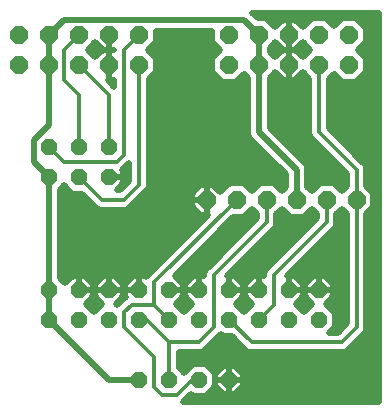
<source format=gtl>
G75*
%MOIN*%
%OFA0B0*%
%FSLAX25Y25*%
%IPPOS*%
%LPD*%
%AMOC8*
5,1,8,0,0,1.08239X$1,22.5*
%
%ADD10OC8,0.05600*%
%ADD11OC8,0.06000*%
%ADD12OC8,0.05200*%
%ADD13C,0.01200*%
%ADD14C,0.02000*%
D10*
X0037000Y0056300D03*
X0037000Y0066300D03*
X0047000Y0066300D03*
X0047000Y0056300D03*
X0057000Y0056300D03*
X0057000Y0066300D03*
X0067000Y0066300D03*
X0067000Y0056300D03*
X0077000Y0056300D03*
X0077000Y0066300D03*
X0087000Y0066300D03*
X0087000Y0056300D03*
X0097000Y0056300D03*
X0097000Y0066300D03*
X0107000Y0066300D03*
X0107000Y0056300D03*
X0117000Y0056300D03*
X0117000Y0066300D03*
X0127000Y0066300D03*
X0127000Y0056300D03*
X0057000Y0103800D03*
X0057000Y0113800D03*
X0047000Y0113800D03*
X0047000Y0103800D03*
X0037000Y0103800D03*
X0037000Y0113800D03*
D11*
X0037000Y0141300D03*
X0037000Y0151300D03*
X0027000Y0151300D03*
X0027000Y0141300D03*
X0047000Y0141300D03*
X0047000Y0151300D03*
X0057000Y0151300D03*
X0057000Y0141300D03*
X0067000Y0141300D03*
X0067000Y0151300D03*
X0097000Y0151300D03*
X0097000Y0141300D03*
X0107000Y0141300D03*
X0107000Y0151300D03*
X0117000Y0151300D03*
X0117000Y0141300D03*
X0127000Y0141300D03*
X0127000Y0151300D03*
X0137000Y0151300D03*
X0137000Y0141300D03*
X0139500Y0096300D03*
X0129500Y0096300D03*
X0119500Y0096300D03*
X0109500Y0096300D03*
X0099500Y0096300D03*
X0089500Y0096300D03*
D12*
X0087000Y0036300D03*
X0097000Y0036300D03*
X0077000Y0036300D03*
X0067000Y0036300D03*
D13*
X0072000Y0033800D02*
X0072000Y0043800D01*
X0062000Y0053800D01*
X0062000Y0058800D01*
X0064500Y0061300D01*
X0072000Y0061300D01*
X0072000Y0068800D01*
X0099500Y0096300D01*
X0109500Y0096300D02*
X0109500Y0088800D01*
X0092000Y0071300D01*
X0092000Y0053800D01*
X0087000Y0048800D01*
X0079500Y0048800D01*
X0077000Y0048800D01*
X0069500Y0056300D01*
X0067000Y0056300D01*
X0072000Y0061300D02*
X0077000Y0056300D01*
X0077000Y0048800D02*
X0077000Y0036300D01*
X0074500Y0031300D02*
X0072000Y0033800D01*
X0074500Y0031300D02*
X0079500Y0031300D01*
X0084500Y0036300D01*
X0087000Y0036300D01*
X0104500Y0048800D02*
X0097000Y0056300D01*
X0104500Y0048800D02*
X0134500Y0048800D01*
X0139500Y0053800D01*
X0139500Y0096300D01*
X0139500Y0106300D01*
X0127000Y0118800D01*
X0127000Y0141300D01*
X0129500Y0096300D02*
X0129500Y0088800D01*
X0112000Y0071300D01*
X0112000Y0061300D01*
X0107000Y0056300D01*
X0067000Y0101300D02*
X0067000Y0141300D01*
X0062000Y0146300D02*
X0067000Y0151300D01*
X0062000Y0146300D02*
X0062000Y0126300D01*
X0062000Y0113800D01*
X0062000Y0111300D01*
X0059500Y0108800D01*
X0054500Y0108800D01*
X0049500Y0108800D01*
X0042000Y0108800D01*
X0037000Y0113800D01*
X0047000Y0113800D02*
X0047000Y0131300D01*
X0042000Y0136300D01*
X0042000Y0146300D01*
X0047000Y0151300D01*
X0047000Y0141300D02*
X0057000Y0131300D01*
X0057000Y0113800D01*
X0047000Y0103800D02*
X0054500Y0096300D01*
X0062000Y0096300D01*
X0067000Y0101300D01*
D14*
X0068813Y0098587D02*
X0069713Y0099487D01*
X0070200Y0100663D01*
X0070200Y0136580D01*
X0072600Y0138980D01*
X0072600Y0143620D01*
X0069920Y0146300D01*
X0072600Y0148980D01*
X0072600Y0152700D01*
X0091400Y0152700D01*
X0091400Y0148980D01*
X0094080Y0146300D01*
X0091400Y0143620D01*
X0091400Y0138980D01*
X0094680Y0135700D01*
X0099320Y0135700D01*
X0102000Y0138380D01*
X0103400Y0136980D01*
X0103400Y0118084D01*
X0103948Y0116761D01*
X0104961Y0115748D01*
X0115900Y0104809D01*
X0115900Y0100620D01*
X0114500Y0099220D01*
X0111820Y0101900D01*
X0107180Y0101900D01*
X0104500Y0099220D01*
X0101820Y0101900D01*
X0097180Y0101900D01*
X0094076Y0098795D01*
X0091571Y0101300D01*
X0089500Y0101300D01*
X0089500Y0096300D01*
X0089500Y0096300D01*
X0089500Y0091300D01*
X0089975Y0091300D01*
X0069381Y0070707D01*
X0068988Y0071100D01*
X0067000Y0071100D01*
X0067000Y0066300D01*
X0067000Y0066300D01*
X0067000Y0066300D01*
X0062200Y0066300D01*
X0062200Y0068288D01*
X0065012Y0071100D01*
X0067000Y0071100D01*
X0067000Y0066300D01*
X0062200Y0066300D01*
X0062200Y0064312D01*
X0062593Y0063919D01*
X0061787Y0063113D01*
X0059806Y0061131D01*
X0059237Y0061700D01*
X0059188Y0061700D01*
X0061800Y0064312D01*
X0061800Y0066300D01*
X0061800Y0068288D01*
X0058988Y0071100D01*
X0057000Y0071100D01*
X0057000Y0066300D01*
X0057000Y0066300D01*
X0061800Y0066300D01*
X0057000Y0066300D01*
X0057000Y0066300D01*
X0057000Y0066300D01*
X0052200Y0066300D01*
X0052200Y0068288D01*
X0055012Y0071100D01*
X0057000Y0071100D01*
X0057000Y0066300D01*
X0052200Y0066300D01*
X0052200Y0064312D01*
X0054812Y0061700D01*
X0054763Y0061700D01*
X0052000Y0058937D01*
X0049237Y0061700D01*
X0049188Y0061700D01*
X0051800Y0064312D01*
X0051800Y0066300D01*
X0051800Y0068288D01*
X0048988Y0071100D01*
X0047000Y0071100D01*
X0047000Y0066300D01*
X0047000Y0066300D01*
X0051800Y0066300D01*
X0047000Y0066300D01*
X0047000Y0066300D01*
X0047000Y0071100D01*
X0045012Y0071100D01*
X0042400Y0068488D01*
X0042400Y0068537D01*
X0040600Y0070337D01*
X0040600Y0099763D01*
X0042000Y0101163D01*
X0044763Y0098400D01*
X0047875Y0098400D01*
X0051787Y0094487D01*
X0052687Y0093587D01*
X0053863Y0093100D01*
X0062637Y0093100D01*
X0063813Y0093587D01*
X0068813Y0098587D01*
X0068472Y0098246D02*
X0084500Y0098246D01*
X0084500Y0098371D02*
X0084500Y0096300D01*
X0089500Y0096300D01*
X0089500Y0096300D01*
X0089500Y0096300D01*
X0089500Y0101300D01*
X0087429Y0101300D01*
X0084500Y0098371D01*
X0084500Y0096300D02*
X0084500Y0094229D01*
X0087429Y0091300D01*
X0089500Y0091300D01*
X0089500Y0096300D01*
X0084500Y0096300D01*
X0084500Y0096248D02*
X0066473Y0096248D01*
X0064475Y0094249D02*
X0084500Y0094249D01*
X0086478Y0092251D02*
X0040600Y0092251D01*
X0040600Y0094249D02*
X0052025Y0094249D01*
X0050027Y0096248D02*
X0040600Y0096248D01*
X0040600Y0098246D02*
X0048028Y0098246D01*
X0042918Y0100245D02*
X0041082Y0100245D01*
X0037000Y0103800D02*
X0032000Y0108800D01*
X0032000Y0116300D01*
X0037000Y0121300D01*
X0037000Y0141300D01*
X0037000Y0151300D01*
X0042000Y0156300D01*
X0102000Y0156300D01*
X0107000Y0151300D01*
X0107000Y0141300D01*
X0107000Y0118800D01*
X0119500Y0106300D01*
X0119500Y0096300D01*
X0115525Y0100245D02*
X0113475Y0100245D01*
X0115900Y0102243D02*
X0070200Y0102243D01*
X0070200Y0104242D02*
X0115900Y0104242D01*
X0114468Y0106240D02*
X0070200Y0106240D01*
X0070200Y0108239D02*
X0112470Y0108239D01*
X0110471Y0110237D02*
X0070200Y0110237D01*
X0070200Y0112236D02*
X0108473Y0112236D01*
X0106474Y0114234D02*
X0070200Y0114234D01*
X0070200Y0116233D02*
X0104476Y0116233D01*
X0104961Y0115748D02*
X0104961Y0115748D01*
X0103400Y0118232D02*
X0070200Y0118232D01*
X0070200Y0120230D02*
X0103400Y0120230D01*
X0103400Y0122229D02*
X0070200Y0122229D01*
X0070200Y0124227D02*
X0103400Y0124227D01*
X0103400Y0126226D02*
X0070200Y0126226D01*
X0070200Y0128224D02*
X0103400Y0128224D01*
X0103400Y0130223D02*
X0070200Y0130223D01*
X0070200Y0132221D02*
X0103400Y0132221D01*
X0103400Y0134220D02*
X0070200Y0134220D01*
X0070200Y0136218D02*
X0094162Y0136218D01*
X0092164Y0138217D02*
X0071836Y0138217D01*
X0072600Y0140215D02*
X0091400Y0140215D01*
X0091400Y0142214D02*
X0072600Y0142214D01*
X0072007Y0144212D02*
X0091993Y0144212D01*
X0093991Y0146211D02*
X0070009Y0146211D01*
X0071829Y0148209D02*
X0092171Y0148209D01*
X0091400Y0150208D02*
X0072600Y0150208D01*
X0072600Y0152206D02*
X0091400Y0152206D01*
X0104691Y0158700D02*
X0146900Y0158700D01*
X0146900Y0028900D01*
X0081625Y0028900D01*
X0082213Y0029487D01*
X0084336Y0031610D01*
X0084846Y0031100D01*
X0089154Y0031100D01*
X0092200Y0034146D01*
X0092200Y0038454D01*
X0089154Y0041500D01*
X0084846Y0041500D01*
X0082000Y0038654D01*
X0080200Y0040454D01*
X0080200Y0045600D01*
X0087637Y0045600D01*
X0088813Y0046087D01*
X0089713Y0046987D01*
X0094194Y0051469D01*
X0094763Y0050900D01*
X0097875Y0050900D01*
X0102687Y0046087D01*
X0103863Y0045600D01*
X0135137Y0045600D01*
X0136313Y0046087D01*
X0137213Y0046987D01*
X0142213Y0051987D01*
X0142700Y0053163D01*
X0142700Y0091580D01*
X0145100Y0093980D01*
X0145100Y0098620D01*
X0142700Y0101020D01*
X0142700Y0106937D01*
X0142213Y0108113D01*
X0141313Y0109013D01*
X0130200Y0120125D01*
X0130200Y0136580D01*
X0132000Y0138380D01*
X0134680Y0135700D01*
X0139320Y0135700D01*
X0142600Y0138980D01*
X0142600Y0143620D01*
X0139920Y0146300D01*
X0142600Y0148980D01*
X0142600Y0153620D01*
X0139320Y0156900D01*
X0134680Y0156900D01*
X0132000Y0154220D01*
X0129320Y0156900D01*
X0124680Y0156900D01*
X0121576Y0153795D01*
X0119071Y0156300D01*
X0117000Y0156300D01*
X0117000Y0151300D01*
X0117000Y0151300D01*
X0117000Y0146300D01*
X0117000Y0141300D01*
X0117000Y0141300D01*
X0117000Y0146300D01*
X0119071Y0146300D01*
X0121576Y0143795D01*
X0124080Y0146300D01*
X0121576Y0148805D01*
X0119071Y0146300D01*
X0117000Y0146300D01*
X0114929Y0146300D01*
X0112424Y0143795D01*
X0110600Y0145620D01*
X0110600Y0146980D01*
X0112424Y0148805D01*
X0114929Y0146300D01*
X0117000Y0146300D01*
X0117000Y0151300D01*
X0117000Y0151300D01*
X0117000Y0156300D01*
X0114929Y0156300D01*
X0112424Y0153795D01*
X0109320Y0156900D01*
X0106491Y0156900D01*
X0104691Y0158700D01*
X0105189Y0158202D02*
X0146900Y0158202D01*
X0146900Y0156203D02*
X0140016Y0156203D01*
X0142015Y0154205D02*
X0146900Y0154205D01*
X0146900Y0152206D02*
X0142600Y0152206D01*
X0142600Y0150208D02*
X0146900Y0150208D01*
X0146900Y0148209D02*
X0141829Y0148209D01*
X0140009Y0146211D02*
X0146900Y0146211D01*
X0146900Y0144212D02*
X0142007Y0144212D01*
X0142600Y0142214D02*
X0146900Y0142214D01*
X0146900Y0140215D02*
X0142600Y0140215D01*
X0141836Y0138217D02*
X0146900Y0138217D01*
X0146900Y0136218D02*
X0139838Y0136218D01*
X0134162Y0136218D02*
X0130200Y0136218D01*
X0130200Y0134220D02*
X0146900Y0134220D01*
X0146900Y0132221D02*
X0130200Y0132221D01*
X0130200Y0130223D02*
X0146900Y0130223D01*
X0146900Y0128224D02*
X0130200Y0128224D01*
X0130200Y0126226D02*
X0146900Y0126226D01*
X0146900Y0124227D02*
X0130200Y0124227D01*
X0130200Y0122229D02*
X0146900Y0122229D01*
X0146900Y0120230D02*
X0130200Y0120230D01*
X0132094Y0118232D02*
X0146900Y0118232D01*
X0146900Y0116233D02*
X0134092Y0116233D01*
X0136091Y0114234D02*
X0146900Y0114234D01*
X0146900Y0112236D02*
X0138089Y0112236D01*
X0140088Y0110237D02*
X0146900Y0110237D01*
X0146900Y0108239D02*
X0142087Y0108239D01*
X0142700Y0106240D02*
X0146900Y0106240D01*
X0146900Y0104242D02*
X0142700Y0104242D01*
X0142700Y0102243D02*
X0146900Y0102243D01*
X0146900Y0100245D02*
X0143475Y0100245D01*
X0145100Y0098246D02*
X0146900Y0098246D01*
X0146900Y0096248D02*
X0145100Y0096248D01*
X0145100Y0094249D02*
X0146900Y0094249D01*
X0146900Y0092251D02*
X0143370Y0092251D01*
X0142700Y0090252D02*
X0146900Y0090252D01*
X0146900Y0088254D02*
X0142700Y0088254D01*
X0142700Y0086255D02*
X0146900Y0086255D01*
X0146900Y0084257D02*
X0142700Y0084257D01*
X0142700Y0082258D02*
X0146900Y0082258D01*
X0146900Y0080260D02*
X0142700Y0080260D01*
X0142700Y0078261D02*
X0146900Y0078261D01*
X0146900Y0076263D02*
X0142700Y0076263D01*
X0142700Y0074264D02*
X0146900Y0074264D01*
X0146900Y0072266D02*
X0142700Y0072266D01*
X0142700Y0070267D02*
X0146900Y0070267D01*
X0146900Y0068269D02*
X0142700Y0068269D01*
X0142700Y0066270D02*
X0146900Y0066270D01*
X0146900Y0064272D02*
X0142700Y0064272D01*
X0142700Y0062273D02*
X0146900Y0062273D01*
X0146900Y0060275D02*
X0142700Y0060275D01*
X0142700Y0058276D02*
X0146900Y0058276D01*
X0146900Y0056278D02*
X0142700Y0056278D01*
X0142700Y0054279D02*
X0146900Y0054279D01*
X0146900Y0052281D02*
X0142334Y0052281D01*
X0140508Y0050282D02*
X0146900Y0050282D01*
X0146900Y0048284D02*
X0138509Y0048284D01*
X0136511Y0046285D02*
X0146900Y0046285D01*
X0146900Y0044287D02*
X0080200Y0044287D01*
X0080200Y0042288D02*
X0146900Y0042288D01*
X0146900Y0040290D02*
X0099516Y0040290D01*
X0098905Y0040900D02*
X0097000Y0040900D01*
X0097000Y0036300D01*
X0097000Y0036300D01*
X0101600Y0036300D01*
X0101600Y0038205D01*
X0098905Y0040900D01*
X0097000Y0040900D02*
X0095095Y0040900D01*
X0092400Y0038205D01*
X0092400Y0036300D01*
X0097000Y0036300D01*
X0097000Y0036300D01*
X0097000Y0036300D01*
X0097000Y0040900D01*
X0097000Y0040290D02*
X0097000Y0040290D01*
X0097000Y0038291D02*
X0097000Y0038291D01*
X0097000Y0036300D02*
X0092400Y0036300D01*
X0092400Y0034395D01*
X0095095Y0031700D01*
X0097000Y0031700D01*
X0098905Y0031700D01*
X0101600Y0034395D01*
X0101600Y0036300D01*
X0097000Y0036300D01*
X0097000Y0031700D01*
X0097000Y0036300D01*
X0097000Y0036300D01*
X0097000Y0036293D02*
X0097000Y0036293D01*
X0097000Y0034294D02*
X0097000Y0034294D01*
X0097000Y0032296D02*
X0097000Y0032296D01*
X0099501Y0032296D02*
X0146900Y0032296D01*
X0146900Y0034294D02*
X0101499Y0034294D01*
X0101600Y0036293D02*
X0146900Y0036293D01*
X0146900Y0038291D02*
X0101514Y0038291D01*
X0094484Y0040290D02*
X0090364Y0040290D01*
X0092200Y0038291D02*
X0092486Y0038291D01*
X0092400Y0036293D02*
X0092200Y0036293D01*
X0092200Y0034294D02*
X0092501Y0034294D01*
X0094499Y0032296D02*
X0090349Y0032296D01*
X0083022Y0030297D02*
X0146900Y0030297D01*
X0133175Y0052000D02*
X0130337Y0052000D01*
X0132400Y0054063D01*
X0132400Y0058537D01*
X0129237Y0061700D01*
X0129188Y0061700D01*
X0131800Y0064312D01*
X0131800Y0066300D01*
X0131800Y0068288D01*
X0128988Y0071100D01*
X0127000Y0071100D01*
X0127000Y0066300D01*
X0131800Y0066300D01*
X0127000Y0066300D01*
X0127000Y0066300D01*
X0127000Y0066300D01*
X0127000Y0066300D01*
X0122200Y0066300D01*
X0122200Y0068288D01*
X0125012Y0071100D01*
X0127000Y0071100D01*
X0127000Y0066300D01*
X0122200Y0066300D01*
X0122200Y0064312D01*
X0124812Y0061700D01*
X0124763Y0061700D01*
X0122000Y0058937D01*
X0119237Y0061700D01*
X0119188Y0061700D01*
X0121800Y0064312D01*
X0121800Y0066300D01*
X0121800Y0068288D01*
X0118988Y0071100D01*
X0117000Y0071100D01*
X0117000Y0066300D01*
X0117000Y0066300D01*
X0121800Y0066300D01*
X0117000Y0066300D01*
X0117000Y0066300D01*
X0117000Y0071100D01*
X0116325Y0071100D01*
X0131313Y0086087D01*
X0132213Y0086987D01*
X0132700Y0088163D01*
X0132700Y0091580D01*
X0134500Y0093380D01*
X0136300Y0091580D01*
X0136300Y0055125D01*
X0133175Y0052000D01*
X0133455Y0052281D02*
X0130617Y0052281D01*
X0132400Y0054279D02*
X0135454Y0054279D01*
X0136300Y0056278D02*
X0132400Y0056278D01*
X0132400Y0058276D02*
X0136300Y0058276D01*
X0136300Y0060275D02*
X0130662Y0060275D01*
X0129761Y0062273D02*
X0136300Y0062273D01*
X0136300Y0064272D02*
X0131760Y0064272D01*
X0131800Y0066270D02*
X0136300Y0066270D01*
X0136300Y0068269D02*
X0131800Y0068269D01*
X0129821Y0070267D02*
X0136300Y0070267D01*
X0136300Y0072266D02*
X0117491Y0072266D01*
X0117000Y0070267D02*
X0117000Y0070267D01*
X0117000Y0068269D02*
X0117000Y0068269D01*
X0119821Y0070267D02*
X0124179Y0070267D01*
X0122200Y0068269D02*
X0121800Y0068269D01*
X0121800Y0066270D02*
X0122200Y0066270D01*
X0122240Y0064272D02*
X0121760Y0064272D01*
X0119761Y0062273D02*
X0124239Y0062273D01*
X0123338Y0060275D02*
X0120662Y0060275D01*
X0127000Y0068269D02*
X0127000Y0068269D01*
X0127000Y0070267D02*
X0127000Y0070267D01*
X0121488Y0076263D02*
X0136300Y0076263D01*
X0136300Y0078261D02*
X0123487Y0078261D01*
X0125485Y0080260D02*
X0136300Y0080260D01*
X0136300Y0082258D02*
X0127484Y0082258D01*
X0129482Y0084257D02*
X0136300Y0084257D01*
X0136300Y0086255D02*
X0131481Y0086255D01*
X0132700Y0088254D02*
X0136300Y0088254D01*
X0136300Y0090252D02*
X0132700Y0090252D01*
X0133370Y0092251D02*
X0135630Y0092251D01*
X0134500Y0099220D02*
X0131820Y0101900D01*
X0127180Y0101900D01*
X0124500Y0099220D01*
X0123100Y0100620D01*
X0123100Y0107016D01*
X0122552Y0108339D01*
X0121539Y0109352D01*
X0110600Y0120291D01*
X0110600Y0136980D01*
X0112424Y0138805D01*
X0114929Y0136300D01*
X0117000Y0136300D01*
X0119071Y0136300D01*
X0121576Y0138805D01*
X0123800Y0136580D01*
X0123800Y0118163D01*
X0124287Y0116987D01*
X0136300Y0104975D01*
X0136300Y0101020D01*
X0134500Y0099220D01*
X0133475Y0100245D02*
X0135525Y0100245D01*
X0136300Y0102243D02*
X0123100Y0102243D01*
X0123100Y0104242D02*
X0136300Y0104242D01*
X0135034Y0106240D02*
X0123100Y0106240D01*
X0122593Y0108239D02*
X0133036Y0108239D01*
X0131037Y0110237D02*
X0120654Y0110237D01*
X0121539Y0109352D02*
X0121539Y0109352D01*
X0118655Y0112236D02*
X0129039Y0112236D01*
X0127040Y0114234D02*
X0116657Y0114234D01*
X0114658Y0116233D02*
X0125041Y0116233D01*
X0123800Y0118232D02*
X0112660Y0118232D01*
X0110661Y0120230D02*
X0123800Y0120230D01*
X0123800Y0122229D02*
X0110600Y0122229D01*
X0110600Y0124227D02*
X0123800Y0124227D01*
X0123800Y0126226D02*
X0110600Y0126226D01*
X0110600Y0128224D02*
X0123800Y0128224D01*
X0123800Y0130223D02*
X0110600Y0130223D01*
X0110600Y0132221D02*
X0123800Y0132221D01*
X0123800Y0134220D02*
X0110600Y0134220D01*
X0110600Y0136218D02*
X0123800Y0136218D01*
X0122164Y0138217D02*
X0120988Y0138217D01*
X0117000Y0138217D02*
X0117000Y0138217D01*
X0117000Y0136300D02*
X0117000Y0141300D01*
X0117000Y0136300D01*
X0117000Y0140215D02*
X0117000Y0140215D01*
X0117000Y0141300D02*
X0117000Y0141300D01*
X0117000Y0142214D02*
X0117000Y0142214D01*
X0117000Y0144212D02*
X0117000Y0144212D01*
X0117000Y0146211D02*
X0117000Y0146211D01*
X0114840Y0146211D02*
X0110600Y0146211D01*
X0112007Y0144212D02*
X0112841Y0144212D01*
X0113020Y0148209D02*
X0111829Y0148209D01*
X0117000Y0148209D02*
X0117000Y0148209D01*
X0117000Y0150208D02*
X0117000Y0150208D01*
X0117000Y0152206D02*
X0117000Y0152206D01*
X0117000Y0154205D02*
X0117000Y0154205D01*
X0117000Y0156203D02*
X0117000Y0156203D01*
X0114832Y0156203D02*
X0110016Y0156203D01*
X0112015Y0154205D02*
X0112834Y0154205D01*
X0119168Y0156203D02*
X0123984Y0156203D01*
X0121985Y0154205D02*
X0121166Y0154205D01*
X0120980Y0148209D02*
X0122171Y0148209D01*
X0123991Y0146211D02*
X0119160Y0146211D01*
X0121159Y0144212D02*
X0121993Y0144212D01*
X0113012Y0138217D02*
X0111836Y0138217D01*
X0103400Y0136218D02*
X0099838Y0136218D01*
X0101836Y0138217D02*
X0102164Y0138217D01*
X0130016Y0156203D02*
X0133984Y0156203D01*
X0132164Y0138217D02*
X0131836Y0138217D01*
X0125525Y0100245D02*
X0123475Y0100245D01*
X0124500Y0093380D02*
X0126300Y0091580D01*
X0126300Y0090125D01*
X0109287Y0073113D01*
X0108800Y0071937D01*
X0108800Y0071100D01*
X0107000Y0071100D01*
X0107000Y0066300D01*
X0107000Y0066300D01*
X0107000Y0066300D01*
X0102200Y0066300D01*
X0102200Y0068288D01*
X0105012Y0071100D01*
X0107000Y0071100D01*
X0107000Y0066300D01*
X0102200Y0066300D01*
X0102200Y0064312D01*
X0104812Y0061700D01*
X0104763Y0061700D01*
X0102000Y0058937D01*
X0099237Y0061700D01*
X0099188Y0061700D01*
X0101800Y0064312D01*
X0101800Y0066300D01*
X0101800Y0068288D01*
X0098988Y0071100D01*
X0097000Y0071100D01*
X0097000Y0066300D01*
X0097000Y0066300D01*
X0101800Y0066300D01*
X0097000Y0066300D01*
X0097000Y0066300D01*
X0097000Y0071100D01*
X0096325Y0071100D01*
X0111313Y0086087D01*
X0112213Y0086987D01*
X0112700Y0088163D01*
X0112700Y0091580D01*
X0114500Y0093380D01*
X0117180Y0090700D01*
X0121820Y0090700D01*
X0124500Y0093380D01*
X0123370Y0092251D02*
X0125630Y0092251D01*
X0126300Y0090252D02*
X0112700Y0090252D01*
X0112700Y0088254D02*
X0124428Y0088254D01*
X0122430Y0086255D02*
X0111481Y0086255D01*
X0109482Y0084257D02*
X0120431Y0084257D01*
X0118433Y0082258D02*
X0107484Y0082258D01*
X0105485Y0080260D02*
X0116434Y0080260D01*
X0114436Y0078261D02*
X0103487Y0078261D01*
X0101488Y0076263D02*
X0112437Y0076263D01*
X0110439Y0074264D02*
X0099490Y0074264D01*
X0097491Y0072266D02*
X0108936Y0072266D01*
X0107000Y0070267D02*
X0107000Y0070267D01*
X0107000Y0068269D02*
X0107000Y0068269D01*
X0104179Y0070267D02*
X0099821Y0070267D01*
X0097000Y0070267D02*
X0097000Y0070267D01*
X0097000Y0068269D02*
X0097000Y0068269D01*
X0101800Y0068269D02*
X0102200Y0068269D01*
X0102200Y0066270D02*
X0101800Y0066270D01*
X0101760Y0064272D02*
X0102240Y0064272D01*
X0104239Y0062273D02*
X0099761Y0062273D01*
X0100662Y0060275D02*
X0103338Y0060275D01*
X0098492Y0050282D02*
X0093008Y0050282D01*
X0091009Y0048284D02*
X0100491Y0048284D01*
X0102489Y0046285D02*
X0089011Y0046285D01*
X0083636Y0040290D02*
X0080364Y0040290D01*
X0067000Y0036300D02*
X0057000Y0036300D01*
X0037000Y0056300D01*
X0037000Y0066300D01*
X0037000Y0103800D01*
X0040600Y0090252D02*
X0088927Y0090252D01*
X0089500Y0092251D02*
X0089500Y0092251D01*
X0089500Y0094249D02*
X0089500Y0094249D01*
X0089500Y0096248D02*
X0089500Y0096248D01*
X0089500Y0098246D02*
X0089500Y0098246D01*
X0089500Y0100245D02*
X0089500Y0100245D01*
X0092626Y0100245D02*
X0095525Y0100245D01*
X0103475Y0100245D02*
X0105525Y0100245D01*
X0104500Y0093380D02*
X0106300Y0091580D01*
X0106300Y0090125D01*
X0090187Y0074013D01*
X0089287Y0073113D01*
X0088800Y0071937D01*
X0088800Y0071100D01*
X0087000Y0071100D01*
X0087000Y0066300D01*
X0087000Y0066300D01*
X0087000Y0066300D01*
X0082200Y0066300D01*
X0082200Y0068288D01*
X0085012Y0071100D01*
X0087000Y0071100D01*
X0087000Y0066300D01*
X0082200Y0066300D01*
X0082200Y0064312D01*
X0084812Y0061700D01*
X0084763Y0061700D01*
X0082000Y0058937D01*
X0079237Y0061700D01*
X0079188Y0061700D01*
X0081800Y0064312D01*
X0081800Y0066300D01*
X0081800Y0068288D01*
X0078988Y0071100D01*
X0078825Y0071100D01*
X0098425Y0090700D01*
X0101820Y0090700D01*
X0104500Y0093380D01*
X0103370Y0092251D02*
X0105630Y0092251D01*
X0106300Y0090252D02*
X0097978Y0090252D01*
X0095979Y0088254D02*
X0104428Y0088254D01*
X0102430Y0086255D02*
X0093981Y0086255D01*
X0091982Y0084257D02*
X0100431Y0084257D01*
X0098433Y0082258D02*
X0089984Y0082258D01*
X0087985Y0080260D02*
X0096434Y0080260D01*
X0094436Y0078261D02*
X0085987Y0078261D01*
X0083988Y0076263D02*
X0092437Y0076263D01*
X0090439Y0074264D02*
X0081990Y0074264D01*
X0079991Y0072266D02*
X0088936Y0072266D01*
X0087000Y0070267D02*
X0087000Y0070267D01*
X0087000Y0068269D02*
X0087000Y0068269D01*
X0084179Y0070267D02*
X0079821Y0070267D01*
X0081800Y0068269D02*
X0082200Y0068269D01*
X0082200Y0066270D02*
X0081800Y0066270D01*
X0081800Y0066300D02*
X0077000Y0066300D01*
X0081800Y0066300D01*
X0081760Y0064272D02*
X0082240Y0064272D01*
X0084239Y0062273D02*
X0079761Y0062273D01*
X0080662Y0060275D02*
X0083338Y0060275D01*
X0077000Y0066300D02*
X0077000Y0066300D01*
X0070940Y0072266D02*
X0040600Y0072266D01*
X0040600Y0074264D02*
X0072939Y0074264D01*
X0074937Y0076263D02*
X0040600Y0076263D01*
X0040600Y0078261D02*
X0076936Y0078261D01*
X0078934Y0080260D02*
X0040600Y0080260D01*
X0040600Y0082258D02*
X0080933Y0082258D01*
X0082931Y0084257D02*
X0040600Y0084257D01*
X0040600Y0086255D02*
X0084930Y0086255D01*
X0086928Y0088254D02*
X0040600Y0088254D01*
X0040669Y0070267D02*
X0044179Y0070267D01*
X0047000Y0070267D02*
X0047000Y0070267D01*
X0047000Y0068269D02*
X0047000Y0068269D01*
X0049821Y0070267D02*
X0054179Y0070267D01*
X0057000Y0070267D02*
X0057000Y0070267D01*
X0057000Y0068269D02*
X0057000Y0068269D01*
X0059821Y0070267D02*
X0064179Y0070267D01*
X0067000Y0070267D02*
X0067000Y0070267D01*
X0067000Y0068269D02*
X0067000Y0068269D01*
X0062200Y0068269D02*
X0061800Y0068269D01*
X0061800Y0066270D02*
X0062200Y0066270D01*
X0062240Y0064272D02*
X0061760Y0064272D01*
X0060948Y0062273D02*
X0059761Y0062273D01*
X0054239Y0062273D02*
X0049761Y0062273D01*
X0050662Y0060275D02*
X0053338Y0060275D01*
X0052240Y0064272D02*
X0051760Y0064272D01*
X0051800Y0066270D02*
X0052200Y0066270D01*
X0052200Y0068269D02*
X0051800Y0068269D01*
X0059488Y0099500D02*
X0061800Y0101812D01*
X0061800Y0103800D01*
X0061800Y0105788D01*
X0061407Y0106181D01*
X0063800Y0108575D01*
X0063800Y0102625D01*
X0060675Y0099500D01*
X0059488Y0099500D01*
X0060233Y0100245D02*
X0061419Y0100245D01*
X0061800Y0102243D02*
X0063418Y0102243D01*
X0063800Y0104242D02*
X0061800Y0104242D01*
X0061800Y0103800D02*
X0057000Y0103800D01*
X0057000Y0103800D01*
X0061800Y0103800D01*
X0061466Y0106240D02*
X0063800Y0106240D01*
X0063800Y0108239D02*
X0063464Y0108239D01*
X0070027Y0100245D02*
X0086374Y0100245D01*
X0113370Y0092251D02*
X0115630Y0092251D01*
X0119490Y0074264D02*
X0136300Y0074264D01*
X0058800Y0134025D02*
X0056525Y0136300D01*
X0057000Y0136300D01*
X0058800Y0136300D01*
X0058800Y0134025D01*
X0058800Y0134220D02*
X0058606Y0134220D01*
X0058800Y0136218D02*
X0056607Y0136218D01*
X0057000Y0136300D02*
X0057000Y0141300D01*
X0057000Y0141300D01*
X0057000Y0146300D01*
X0058800Y0146300D01*
X0058800Y0146300D01*
X0057000Y0146300D01*
X0057000Y0151300D01*
X0057000Y0151300D01*
X0057000Y0146300D01*
X0054929Y0146300D01*
X0052424Y0143795D01*
X0049920Y0146300D01*
X0052424Y0148805D01*
X0054929Y0146300D01*
X0057000Y0146300D01*
X0057000Y0141300D01*
X0057000Y0136300D01*
X0057000Y0138217D02*
X0057000Y0138217D01*
X0057000Y0140215D02*
X0057000Y0140215D01*
X0057000Y0141300D02*
X0057000Y0141300D01*
X0057000Y0142214D02*
X0057000Y0142214D01*
X0057000Y0144212D02*
X0057000Y0144212D01*
X0057000Y0146211D02*
X0057000Y0146211D01*
X0054840Y0146211D02*
X0050009Y0146211D01*
X0052007Y0144212D02*
X0052841Y0144212D01*
X0053020Y0148209D02*
X0051829Y0148209D01*
X0057000Y0148209D02*
X0057000Y0148209D01*
X0057000Y0150208D02*
X0057000Y0150208D01*
M02*

</source>
